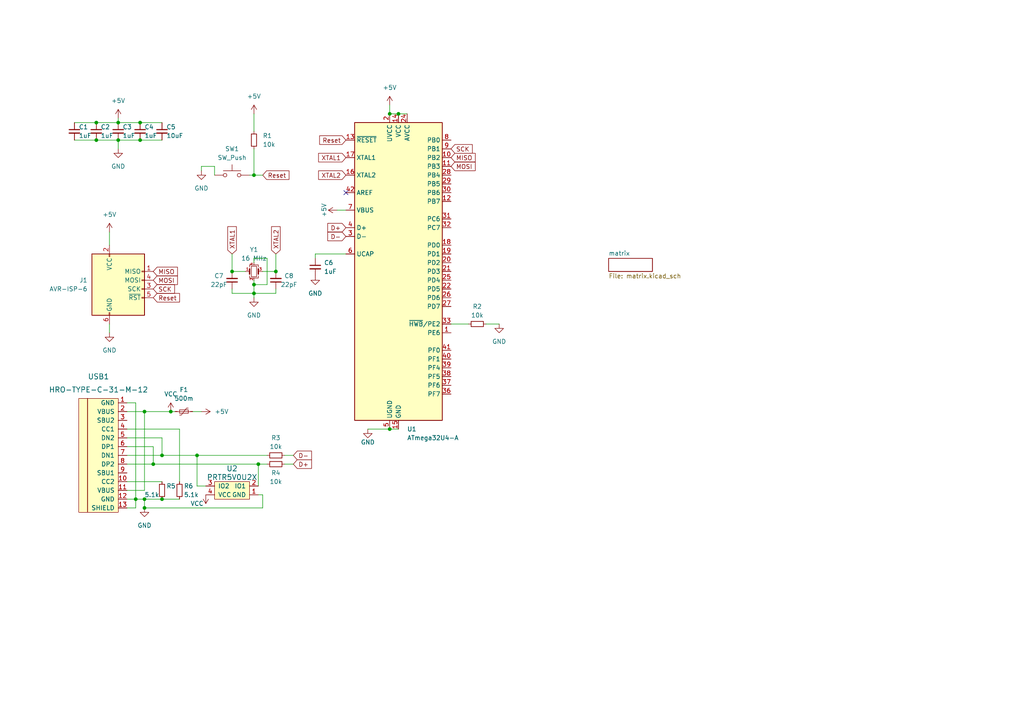
<source format=kicad_sch>
(kicad_sch (version 20230121) (generator eeschema)
  (paper "A4")
  (lib_symbols
    (symbol "Connector:AVR-ISP-6" (pin_names (offset 1.016))
      (property "Reference" "J" (at -6.35 11.43 0))
      (property "Value" "AVR-ISP-6" (at 0 11.43 0))
      (symbol "AVR-ISP-6_0_1"
        (rectangle (start -2.667 -6.858) (end -2.413 -7.62))
        (rectangle (start -2.667 10.16) (end -2.413 9.398))
        (rectangle (start 7.62 -2.413) (end 6.858 -2.667))
        (rectangle (start 7.62 0.127) (end 6.858 -0.127))
        (rectangle (start 7.62 2.667) (end 6.858 2.413))
        (rectangle (start 7.62 5.207) (end 6.858 4.953))
        (rectangle (start 7.62 10.16) (end -7.62 -7.62) (stroke (width 0.254)) (fill (type background)))
      )
      (symbol "AVR-ISP-6_1_1"
        (pin passive line (at 10.16 5.08 180) (length 2.54) (name "MISO") (number "1"))
        (pin passive line (at -2.54 12.7 270) (length 2.54) (name "VCC") (number "2"))
        (pin passive line (at 10.16 0 180) (length 2.54) (name "SCK") (number "3"))
        (pin passive line (at 10.16 2.54 180) (length 2.54) (name "MOSI") (number "4"))
        (pin passive line (at 10.16 -2.54 180) (length 2.54) (name "~{RST}") (number "5"))
        (pin passive line (at -2.54 -10.16 90) (length 2.54) (name "GND") (number "6"))
      )
    )
    (symbol "Device:C_Small" (pin_numbers hide) (pin_names (offset 0.254) hide)
      (property "Reference" "C" (at 0.254 1.778 0))
      (property "Value" "C_Small" (at 0.254 -2.032 0))
      (symbol "C_Small_0_1"
        (polyline (pts (xy -1.524 -0.508) (xy 1.524 -0.508)) (stroke (width 0.3302)))
        (polyline (pts (xy -1.524 0.508) (xy 1.524 0.508)) (stroke (width 0.3048)))
      )
      (symbol "C_Small_1_1"
        (pin passive line (at 0 2.54 270) (length 2.032) (name "~") (number "1"))
        (pin passive line (at 0 -2.54 90) (length 2.032) (name "~") (number "2"))
      )
    )
    (symbol "Device:Crystal_GND24_Small" (pin_names (offset 1.016) hide)
      (property "Reference" "Y" (at 1.27 4.445 0))
      (property "Value" "Crystal_GND24_Small" (at 1.27 2.54 0))
      (symbol "Crystal_GND24_Small_0_1"
        (rectangle (start -0.762 -1.524) (end 0.762 1.524))
        (polyline (pts (xy -1.27 -0.762) (xy -1.27 0.762)) (stroke (width 0.381)))
        (polyline (pts (xy 1.27 -0.762) (xy 1.27 0.762)) (stroke (width 0.381)))
        (polyline (pts (xy -1.27 -1.27) (xy -1.27 -1.905) (xy 1.27 -1.905) (xy 1.27 -1.27)))
        (polyline (pts (xy -1.27 1.27) (xy -1.27 1.905) (xy 1.27 1.905) (xy 1.27 1.27)))
      )
      (symbol "Crystal_GND24_Small_1_1"
        (pin passive line (at -2.54 0 0) (length 1.27) (name "1") (number "1"))
        (pin passive line (at 0 -2.54 90) (length 0.635) (name "2") (number "2"))
        (pin passive line (at 2.54 0 180) (length 1.27) (name "3") (number "3"))
        (pin passive line (at 0 2.54 270) (length 0.635) (name "4") (number "4"))
      )
    )
    (symbol "Device:Polyfuse_Small" (pin_numbers hide) (pin_names (offset 0))
      (property "Reference" "F" (at -1.905 0 90))
      (property "Value" "Polyfuse_Small" (at 1.905 0 90))
      (symbol "Polyfuse_Small_0_1"
        (rectangle (start -0.508 1.27) (end 0.508 -1.27))
        (polyline (pts (xy 0 2.54) (xy 0 -2.54)))
        (polyline (pts (xy -1.016 1.27) (xy -1.016 0.762) (xy 1.016 -0.762) (xy 1.016 -1.27)))
      )
      (symbol "Polyfuse_Small_1_1"
        (pin passive line (at 0 2.54 270) (length 0.635) (name "~") (number "1"))
        (pin passive line (at 0 -2.54 90) (length 0.635) (name "~") (number "2"))
      )
    )
    (symbol "Device:R_Small" (pin_numbers hide) (pin_names (offset 0.254) hide)
      (property "Reference" "R" (at 0.762 0.508 0))
      (property "Value" "R_Small" (at 0.762 -1.016 0))
      (symbol "R_Small_0_1"
        (rectangle (start -0.762 1.778) (end 0.762 -1.778) (stroke (width 0.2032)))
      )
      (symbol "R_Small_1_1"
        (pin passive line (at 0 2.54 270) (length 0.762) (name "~") (number "1"))
        (pin passive line (at 0 -2.54 90) (length 0.762) (name "~") (number "2"))
      )
    )
    (symbol "MCU_Microchip_ATmega:ATmega32U4-A"
      (property "Reference" "U" (at -12.7 44.45 0))
      (property "Value" "ATmega32U4-A" (at 2.54 -44.45 0))
      (symbol "ATmega32U4-A_0_1"
        (rectangle (start -12.7 -43.18) (end 12.7 43.18) (stroke (width 0.254)) (fill (type background)))
      )
      (symbol "ATmega32U4-A_1_1"
        (pin bidirectional line (at 15.24 -17.78 180) (length 2.54) (name "PE6") (number "1"))
        (pin bidirectional line (at 15.24 33.02 180) (length 2.54) (name "PB2") (number "10"))
        (pin bidirectional line (at 15.24 30.48 180) (length 2.54) (name "PB3") (number "11"))
        (pin bidirectional line (at 15.24 20.32 180) (length 2.54) (name "PB7") (number "12"))
        (pin input line (at -15.24 38.1 0) (length 2.54) (name "~{RESET}") (number "13"))
        (pin power_in line (at 0 45.72 270) (length 2.54) (name "VCC") (number "14"))
        (pin power_in line (at 0 -45.72 90) (length 2.54) (name "GND") (number "15"))
        (pin output line (at -15.24 27.94 0) (length 2.54) (name "XTAL2") (number "16"))
        (pin input line (at -15.24 33.02 0) (length 2.54) (name "XTAL1") (number "17"))
        (pin bidirectional line (at 15.24 7.62 180) (length 2.54) (name "PD0") (number "18"))
        (pin bidirectional line (at 15.24 5.08 180) (length 2.54) (name "PD1") (number "19"))
        (pin power_in line (at -2.54 45.72 270) (length 2.54) (name "UVCC") (number "2"))
        (pin bidirectional line (at 15.24 2.54 180) (length 2.54) (name "PD2") (number "20"))
        (pin bidirectional line (at 15.24 0 180) (length 2.54) (name "PD3") (number "21"))
        (pin bidirectional line (at 15.24 -5.08 180) (length 2.54) (name "PD5") (number "22"))
        (pin passive line (at 0 -45.72 90) (length 2.54) hide (name "GND") (number "23"))
        (pin power_in line (at 2.54 45.72 270) (length 2.54) (name "AVCC") (number "24"))
        (pin bidirectional line (at 15.24 -2.54 180) (length 2.54) (name "PD4") (number "25"))
        (pin bidirectional line (at 15.24 -7.62 180) (length 2.54) (name "PD6") (number "26"))
        (pin bidirectional line (at 15.24 -10.16 180) (length 2.54) (name "PD7") (number "27"))
        (pin bidirectional line (at 15.24 27.94 180) (length 2.54) (name "PB4") (number "28"))
        (pin bidirectional line (at 15.24 25.4 180) (length 2.54) (name "PB5") (number "29"))
        (pin bidirectional line (at -15.24 10.16 0) (length 2.54) (name "D-") (number "3"))
        (pin bidirectional line (at 15.24 22.86 180) (length 2.54) (name "PB6") (number "30"))
        (pin bidirectional line (at 15.24 15.24 180) (length 2.54) (name "PC6") (number "31"))
        (pin bidirectional line (at 15.24 12.7 180) (length 2.54) (name "PC7") (number "32"))
        (pin bidirectional line (at 15.24 -15.24 180) (length 2.54) (name "~{HWB}/PE2") (number "33"))
        (pin passive line (at 0 45.72 270) (length 2.54) hide (name "VCC") (number "34"))
        (pin passive line (at 0 -45.72 90) (length 2.54) hide (name "GND") (number "35"))
        (pin bidirectional line (at 15.24 -35.56 180) (length 2.54) (name "PF7") (number "36"))
        (pin bidirectional line (at 15.24 -33.02 180) (length 2.54) (name "PF6") (number "37"))
        (pin bidirectional line (at 15.24 -30.48 180) (length 2.54) (name "PF5") (number "38"))
        (pin bidirectional line (at 15.24 -27.94 180) (length 2.54) (name "PF4") (number "39"))
        (pin bidirectional line (at -15.24 12.7 0) (length 2.54) (name "D+") (number "4"))
        (pin bidirectional line (at 15.24 -25.4 180) (length 2.54) (name "PF1") (number "40"))
        (pin bidirectional line (at 15.24 -22.86 180) (length 2.54) (name "PF0") (number "41"))
        (pin passive line (at -15.24 22.86 0) (length 2.54) (name "AREF") (number "42"))
        (pin passive line (at 0 -45.72 90) (length 2.54) hide (name "GND") (number "43"))
        (pin passive line (at 2.54 45.72 270) (length 2.54) hide (name "AVCC") (number "44"))
        (pin passive line (at -2.54 -45.72 90) (length 2.54) (name "UGND") (number "5"))
        (pin passive line (at -15.24 5.08 0) (length 2.54) (name "UCAP") (number "6"))
        (pin input line (at -15.24 17.78 0) (length 2.54) (name "VBUS") (number "7"))
        (pin bidirectional line (at 15.24 38.1 180) (length 2.54) (name "PB0") (number "8"))
        (pin bidirectional line (at 15.24 35.56 180) (length 2.54) (name "PB1") (number "9"))
      )
    )
    (symbol "PCM_4ms_Power-symbol:+5V" (power) (pin_names (offset 0))
      (property "Value" "+5V" (at 0 3.556 0))
      (symbol "+5V_0_1"
        (polyline (pts (xy -0.762 1.27) (xy 0 2.54)))
        (polyline (pts (xy 0 0) (xy 0 2.54)))
        (polyline (pts (xy 0 2.54) (xy 0.762 1.27)))
      )
      (symbol "+5V_1_1"
        (pin power_in line (at 0 0 90) (length 0) hide (name "+5V") (number "1"))
      )
    )
    (symbol "PCM_4ms_Power-symbol:GND" (power) (pin_names (offset 0))
      (property "Value" "GND" (at 0 -3.81 0))
      (symbol "GND_0_1"
        (polyline (pts (xy 0 0) (xy 0 -1.27) (xy 1.27 -1.27) (xy 0 -2.54) (xy -1.27 -1.27) (xy 0 -1.27)))
      )
      (symbol "GND_1_1"
        (pin power_in line (at 0 0 270) (length 0) hide (name "GND") (number "1"))
      )
    )
    (symbol "Switch:SW_Push" (pin_numbers hide) (pin_names (offset 1.016) hide)
      (property "Reference" "SW" (at 1.27 2.54 0))
      (property "Value" "SW_Push" (at 0 -1.524 0))
      (symbol "SW_Push_0_1"
        (circle (center -2.032 0) (radius 0.508))
        (polyline (pts (xy 0 1.27) (xy 0 3.048)))
        (polyline (pts (xy 2.54 1.27) (xy -2.54 1.27)))
        (circle (center 2.032 0) (radius 0.508))
        (pin passive line (at -5.08 0 0) (length 2.54) (name "1") (number "1"))
        (pin passive line (at 5.08 0 180) (length 2.54) (name "2") (number "2"))
      )
    )
    (symbol "Type-C:HRO-TYPE-C-31-M-12" (pin_names (offset 1.016))
      (property "Reference" "USB" (at -5.08 16.51 0))
      (property "Value" "HRO-TYPE-C-31-M-12" (at -10.16 -1.27 90))
      (symbol "HRO-TYPE-C-31-M-12_0_1"
        (rectangle (start -11.43 15.24) (end -8.89 -17.78) (fill (type background)))
        (rectangle (start 0 -17.78) (end -8.89 15.24) (fill (type background)))
      )
      (symbol "HRO-TYPE-C-31-M-12_1_1"
        (pin input line (at 2.54 13.97 180) (length 2.54) (name "GND") (number "1"))
        (pin input line (at 2.54 -8.89 180) (length 2.54) (name "CC2") (number "10"))
        (pin input line (at 2.54 -11.43 180) (length 2.54) (name "VBUS") (number "11"))
        (pin input line (at 2.54 -13.97 180) (length 2.54) (name "GND") (number "12"))
        (pin input line (at 2.54 -16.51 180) (length 2.54) (name "SHIELD") (number "13"))
        (pin input line (at 2.54 11.43 180) (length 2.54) (name "VBUS") (number "2"))
        (pin input line (at 2.54 8.89 180) (length 2.54) (name "SBU2") (number "3"))
        (pin input line (at 2.54 6.35 180) (length 2.54) (name "CC1") (number "4"))
        (pin input line (at 2.54 3.81 180) (length 2.54) (name "DN2") (number "5"))
        (pin input line (at 2.54 1.27 180) (length 2.54) (name "DP1") (number "6"))
        (pin input line (at 2.54 -1.27 180) (length 2.54) (name "DN1") (number "7"))
        (pin input line (at 2.54 -3.81 180) (length 2.54) (name "DP2") (number "8"))
        (pin input line (at 2.54 -6.35 180) (length 2.54) (name "SBU1") (number "9"))
      )
    )
    (symbol "power:VCC" (power) (pin_names (offset 0))
      (property "Value" "VCC" (at 0 3.81 0))
      (symbol "VCC_0_1"
        (polyline (pts (xy -0.762 1.27) (xy 0 2.54)))
        (polyline (pts (xy 0 0) (xy 0 2.54)))
        (polyline (pts (xy 0 2.54) (xy 0.762 1.27)))
      )
      (symbol "VCC_1_1"
        (pin power_in line (at 0 0 90) (length 0) hide (name "VCC") (number "1"))
      )
    )
    (symbol "random-keyboard-parts:PRTR5V0U2X" (pin_names (offset 1.016))
      (property "Reference" "U" (at 0 3.81 0))
      (property "Value" "PRTR5V0U2X" (at 0 -3.81 0))
      (symbol "PRTR5V0U2X_0_1"
        (rectangle (start -5.08 2.54) (end 5.08 -2.54) (fill (type background)))
      )
      (symbol "PRTR5V0U2X_1_1"
        (pin input line (at -7.62 1.27 0) (length 2.54) (name "GND") (number "1"))
        (pin input line (at -7.62 -1.27 0) (length 2.54) (name "IO1") (number "2"))
        (pin input line (at 7.62 -1.27 180) (length 2.54) (name "IO2") (number "3"))
        (pin input line (at 7.62 1.27 180) (length 2.54) (name "VCC") (number "4"))
      )
    )
  )
  (junction (at 49.53 119.38))
  (junction (at 41.91 147.32))
  (junction (at 57.15 132.08))
  (junction (at 73.66 50.8))
  (junction (at 74.93 134.62))
  (junction (at 67.31 78.74))
  (junction (at 113.03 33.02))
  (junction (at 39.37 144.78))
  (junction (at 80.01 78.74))
  (junction (at 34.29 35.56))
  (junction (at 27.94 35.56))
  (junction (at 44.45 134.62))
  (junction (at 27.94 40.64))
  (junction (at 73.66 85.09))
  (junction (at 41.91 119.38))
  (junction (at 73.66 82.55))
  (junction (at 40.64 40.64))
  (junction (at 46.99 144.78))
  (junction (at 113.03 124.46))
  (junction (at 40.64 35.56))
  (junction (at 34.29 40.64))
  (junction (at 115.57 33.02))
  (junction (at 41.91 144.78))
  (junction (at 46.99 132.08))
  (no_connect (at 100.33 55.88))
  (wire (pts (xy 34.29 40.64) (xy 34.29 43.18)))
  (wire (pts (xy 67.31 73.66) (xy 67.31 78.74)))
  (wire (pts (xy 40.64 35.56) (xy 46.99 35.56)))
  (wire (pts (xy 97.79 60.96) (xy 100.33 60.96)))
  (wire (pts (xy 106.68 124.46) (xy 113.03 124.46)))
  (wire (pts (xy 36.83 127) (xy 46.99 127)))
  (wire (pts (xy 62.23 48.26) (xy 58.42 48.26)))
  (wire (pts (xy 58.42 48.26) (xy 58.42 49.53)))
  (wire (pts (xy 113.03 33.02) (xy 115.57 33.02)))
  (wire (pts (xy 74.93 143.51) (xy 76.2 143.51)))
  (wire (pts (xy 44.45 134.62) (xy 74.93 134.62)))
  (wire (pts (xy 27.94 40.64) (xy 34.29 40.64)))
  (wire (pts (xy 41.91 119.38) (xy 49.53 119.38)))
  (wire (pts (xy 27.94 35.56) (xy 34.29 35.56)))
  (wire (pts (xy 44.45 129.54) (xy 44.45 134.62)))
  (wire (pts (xy 21.59 40.64) (xy 27.94 40.64)))
  (wire (pts (xy 31.75 67.31) (xy 31.75 71.12)))
  (wire (pts (xy 62.23 50.8) (xy 62.23 48.26)))
  (wire (pts (xy 73.66 76.2) (xy 73.66 74.93)))
  (wire (pts (xy 76.2 147.32) (xy 41.91 147.32)))
  (wire (pts (xy 39.37 144.78) (xy 39.37 147.32)))
  (wire (pts (xy 73.66 74.93) (xy 77.47 74.93)))
  (wire (pts (xy 73.66 50.8) (xy 76.2 50.8)))
  (wire (pts (xy 36.83 129.54) (xy 44.45 129.54)))
  (wire (pts (xy 36.83 116.84) (xy 39.37 116.84)))
  (wire (pts (xy 41.91 144.78) (xy 41.91 147.32)))
  (wire (pts (xy 67.31 85.09) (xy 73.66 85.09)))
  (wire (pts (xy 74.93 134.62) (xy 77.47 134.62)))
  (wire (pts (xy 36.83 134.62) (xy 44.45 134.62)))
  (wire (pts (xy 46.99 144.78) (xy 52.07 144.78)))
  (wire (pts (xy 57.15 140.97) (xy 57.15 132.08)))
  (wire (pts (xy 82.55 132.08) (xy 85.09 132.08)))
  (wire (pts (xy 40.64 40.64) (xy 46.99 40.64)))
  (wire (pts (xy 100.33 73.66) (xy 91.44 73.66)))
  (wire (pts (xy 39.37 144.78) (xy 36.83 144.78)))
  (wire (pts (xy 82.55 134.62) (xy 85.09 134.62)))
  (wire (pts (xy 72.39 50.8) (xy 73.66 50.8)))
  (wire (pts (xy 49.53 119.38) (xy 50.8 119.38)))
  (wire (pts (xy 73.66 82.55) (xy 73.66 81.28)))
  (wire (pts (xy 91.44 73.66) (xy 91.44 74.93)))
  (wire (pts (xy 67.31 78.74) (xy 71.12 78.74)))
  (wire (pts (xy 76.2 78.74) (xy 80.01 78.74)))
  (wire (pts (xy 140.97 93.98) (xy 144.78 93.98)))
  (wire (pts (xy 34.29 35.56) (xy 40.64 35.56)))
  (wire (pts (xy 31.75 93.98) (xy 31.75 96.52)))
  (wire (pts (xy 46.99 127) (xy 46.99 132.08)))
  (wire (pts (xy 36.83 132.08) (xy 46.99 132.08)))
  (wire (pts (xy 73.66 33.02) (xy 73.66 38.1)))
  (wire (pts (xy 130.81 93.98) (xy 135.89 93.98)))
  (wire (pts (xy 41.91 119.38) (xy 41.91 142.24)))
  (wire (pts (xy 73.66 85.09) (xy 80.01 85.09)))
  (wire (pts (xy 55.88 119.38) (xy 58.42 119.38)))
  (wire (pts (xy 113.03 124.46) (xy 115.57 124.46)))
  (wire (pts (xy 41.91 144.78) (xy 46.99 144.78)))
  (wire (pts (xy 76.2 143.51) (xy 76.2 147.32)))
  (wire (pts (xy 46.99 132.08) (xy 57.15 132.08)))
  (wire (pts (xy 36.83 139.7) (xy 46.99 139.7)))
  (wire (pts (xy 73.66 43.18) (xy 73.66 50.8)))
  (wire (pts (xy 39.37 147.32) (xy 36.83 147.32)))
  (wire (pts (xy 80.01 73.66) (xy 80.01 78.74)))
  (wire (pts (xy 34.29 34.29) (xy 34.29 35.56)))
  (wire (pts (xy 59.69 140.97) (xy 57.15 140.97)))
  (wire (pts (xy 80.01 85.09) (xy 80.01 83.82)))
  (wire (pts (xy 36.83 124.46) (xy 52.07 124.46)))
  (wire (pts (xy 113.03 30.48) (xy 113.03 33.02)))
  (wire (pts (xy 36.83 119.38) (xy 41.91 119.38)))
  (wire (pts (xy 74.93 134.62) (xy 74.93 140.97)))
  (wire (pts (xy 34.29 40.64) (xy 40.64 40.64)))
  (wire (pts (xy 21.59 35.56) (xy 27.94 35.56)))
  (wire (pts (xy 77.47 74.93) (xy 77.47 82.55)))
  (wire (pts (xy 41.91 142.24) (xy 36.83 142.24)))
  (wire (pts (xy 57.15 132.08) (xy 77.47 132.08)))
  (wire (pts (xy 73.66 85.09) (xy 73.66 86.36)))
  (wire (pts (xy 39.37 116.84) (xy 39.37 144.78)))
  (wire (pts (xy 52.07 124.46) (xy 52.07 139.7)))
  (wire (pts (xy 39.37 144.78) (xy 41.91 144.78)))
  (wire (pts (xy 115.57 33.02) (xy 118.11 33.02)))
  (wire (pts (xy 77.47 82.55) (xy 73.66 82.55)))
  (wire (pts (xy 67.31 83.82) (xy 67.31 85.09)))
  (wire (pts (xy 73.66 82.55) (xy 73.66 85.09)))
  (global_label "Reset" (shape input) (at 100.33 40.64 180) (property "Intersheetrefs" "${INTERSHEET_REFS}" (effects hide)))
  (global_label "D-" (shape input) (at 85.09 132.08 0) (property "Intersheetrefs" "${INTERSHEET_REFS}" (effects hide)))
  (global_label "D-" (shape input) (at 100.33 68.58 180) (property "Intersheetrefs" "${INTERSHEET_REFS}" (effects hide)))
  (global_label "MOSI" (shape input) (at 44.45 81.28 0) (property "Intersheetrefs" "${INTERSHEET_REFS}" (effects hide)))
  (global_label "XTAL2" (shape input) (at 100.33 50.8 180) (property "Intersheetrefs" "${INTERSHEET_REFS}" (effects hide)))
  (global_label "XTAL1" (shape input) (at 67.31 73.66 90) (property "Intersheetrefs" "${INTERSHEET_REFS}" (effects hide)))
  (global_label "SCK" (shape input) (at 130.81 43.18 0) (property "Intersheetrefs" "${INTERSHEET_REFS}" (effects hide)))
  (global_label "MISO" (shape input) (at 44.45 78.74 0) (property "Intersheetrefs" "${INTERSHEET_REFS}" (effects hide)))
  (global_label "D+" (shape input) (at 100.33 66.04 180) (property "Intersheetrefs" "${INTERSHEET_REFS}" (effects hide)))
  (global_label "D+" (shape input) (at 85.09 134.62 0) (property "Intersheetrefs" "${INTERSHEET_REFS}" (effects hide)))
  (global_label "MISO" (shape input) (at 130.81 45.72 0) (property "Intersheetrefs" "${INTERSHEET_REFS}" (effects hide)))
  (global_label "Reset" (shape input) (at 44.45 86.36 0) (property "Intersheetrefs" "${INTERSHEET_REFS}" (effects hide)))
  (global_label "SCK" (shape input) (at 44.45 83.82 0) (property "Intersheetrefs" "${INTERSHEET_REFS}" (effects hide)))
  (global_label "XTAL2" (shape input) (at 80.01 73.66 90) (property "Intersheetrefs" "${INTERSHEET_REFS}" (effects hide)))
  (global_label "XTAL1" (shape input) (at 100.33 45.72 180) (property "Intersheetrefs" "${INTERSHEET_REFS}" (effects hide)))
  (global_label "MOSI" (shape input) (at 130.81 48.26 0) (property "Intersheetrefs" "${INTERSHEET_REFS}" (effects hide)))
  (global_label "Reset" (shape input) (at 76.2 50.8 0) (property "Intersheetrefs" "${INTERSHEET_REFS}" (effects hide)))
  (symbol (lib_id "power:VCC") (at 49.53 119.38 0) (unit 1)
    (property "Reference" "#PWR012" (effects hide))
    (property "Value" "VCC" (at 49.53 114.3 0))
  )
  (symbol (lib_id "Device:Polyfuse_Small") (at 53.34 119.38 90) (unit 1)
    (property "Reference" "F1" (at 53.34 113.03 90))
    (property "Value" "500m" (at 53.34 115.57 90))
  )
  (symbol (lib_id "PCM_4ms_Power-symbol:GND") (at 144.78 93.98 0) (unit 1)
    (property "Reference" "#PWR010" (effects hide))
    (property "Value" "GND" (at 144.78 99.06 0))
  )
  (symbol (lib_id "random-keyboard-parts:PRTR5V0U2X") (at 67.31 142.24 180) (unit 1)
    (property "Reference" "U2" (at 67.31 135.89 0) (effects (font (size 1.524 1.524))))
    (property "Value" "PRTR5V0U2X" (at 67.31 138.43 0) (effects (font (size 1.524 1.524))))
  )
  (symbol (lib_id "power:VCC") (at 59.69 143.51 180) (unit 1)
    (property "Reference" "#PWR015" (effects hide))
    (property "Value" "VCC" (at 57.15 146.05 0))
  )
  (symbol (lib_id "Device:R_Small") (at 73.66 40.64 180) (unit 1)
    (property "Reference" "R1" (at 76.2 39.3699 0) (effects (justify right)))
    (property "Value" "10k" (at 76.2 41.9099 0) (effects (justify right)))
  )
  (symbol (lib_id "Device:C_Small") (at 91.44 77.47 0) (unit 1)
    (property "Reference" "C6" (at 93.98 76.2062 0) (effects (justify left)))
    (property "Value" "1uF" (at 93.98 78.7462 0) (effects (justify left)))
  )
  (symbol (lib_id "Device:R_Small") (at 52.07 142.24 0) (unit 1)
    (property "Reference" "R6" (at 53.34 140.97 0) (effects (justify left)))
    (property "Value" "5.1k" (at 53.34 143.51 0) (effects (justify left)))
  )
  (symbol (lib_id "PCM_4ms_Power-symbol:+5V") (at 31.75 67.31 0) (unit 1)
    (property "Reference" "#PWR07" (effects hide))
    (property "Value" "+5V" (at 31.75 62.23 0))
  )
  (symbol (lib_id "Device:C_Small") (at 80.01 81.28 180) (unit 1)
    (property "Reference" "C8" (at 83.82 80.01 0))
    (property "Value" "22pF" (at 83.82 82.55 0))
  )
  (symbol (lib_id "Device:R_Small") (at 46.99 142.24 0) (unit 1)
    (property "Reference" "R5" (at 48.26 140.97 0) (effects (justify left)))
    (property "Value" "5.1k" (at 41.91 143.51 0) (effects (justify left)))
  )
  (symbol (lib_id "PCM_4ms_Power-symbol:+5V") (at 73.66 33.02 0) (unit 1)
    (property "Reference" "#PWR02" (effects hide))
    (property "Value" "+5V" (at 73.66 27.94 0))
  )
  (symbol (lib_id "Device:C_Small") (at 40.64 38.1 0) (unit 1)
    (property "Reference" "C4" (at 41.91 36.83 0) (effects (justify left)))
    (property "Value" "1uF" (at 41.91 39.37 0) (effects (justify left)))
  )
  (symbol (lib_id "Type-C:HRO-TYPE-C-31-M-12") (at 34.29 130.81 0) (unit 1)
    (property "Reference" "USB1" (at 28.575 109.22 0) (effects (font (size 1.524 1.524))))
    (property "Value" "HRO-TYPE-C-31-M-12" (at 28.575 113.03 0) (effects (font (size 1.524 1.524))))
  )
  (symbol (lib_id "Device:R_Small") (at 80.01 134.62 90) (unit 1)
    (property "Reference" "R4" (at 80.01 137.16 90))
    (property "Value" "10k" (at 80.01 139.7 90))
  )
  (symbol (lib_id "Switch:SW_Push") (at 67.31 50.8 0) (unit 1)
    (property "Reference" "SW1" (at 67.31 43.18 0))
    (property "Value" "SW_Push" (at 67.31 45.72 0))
  )
  (symbol (lib_id "Device:C_Small") (at 21.59 38.1 0) (unit 1)
    (property "Reference" "C1" (at 22.86 36.83 0) (effects (justify left)))
    (property "Value" "1uF" (at 22.86 39.37 0) (effects (justify left)))
  )
  (symbol (lib_id "PCM_4ms_Power-symbol:GND") (at 58.42 49.53 0) (unit 1)
    (property "Reference" "#PWR05" (effects hide))
    (property "Value" "GND" (at 58.42 54.61 0))
  )
  (symbol (lib_id "Device:C_Small") (at 46.99 38.1 0) (unit 1)
    (property "Reference" "C5" (at 48.26 36.83 0) (effects (justify left)))
    (property "Value" "10uF" (at 48.26 39.37 0) (effects (justify left)))
  )
  (symbol (lib_id "PCM_4ms_Power-symbol:+5V") (at 34.29 34.29 0) (unit 1)
    (property "Reference" "#PWR03" (effects hide))
    (property "Value" "+5V" (at 34.29 29.21 0))
  )
  (symbol (lib_id "Device:C_Small") (at 67.31 81.28 180) (unit 1)
    (property "Reference" "C7" (at 63.5 80.01 0))
    (property "Value" "22pF" (at 63.5 82.55 0))
  )
  (symbol (lib_id "MCU_Microchip_ATmega:ATmega32U4-A") (at 115.57 78.74 0) (unit 1)
    (property "Reference" "U1" (at 118.072 124.46 0) (effects (justify left)))
    (property "Value" "ATmega32U4-A" (at 118.072 127 0) (effects (justify left)))
    (property "Footprint" "Package_QFP:TQFP-44_10x10mm_P0.8mm" (effects hide))
    (property "Datasheet" "http://ww1.microchip.com/downloads/en/DeviceDoc/Atmel-7766-8-bit-AVR-ATmega16U4-32U4_Datasheet.pdf" (effects hide))
  )
  (symbol (lib_id "PCM_4ms_Power-symbol:+5V") (at 113.03 30.48 0) (unit 1)
    (property "Reference" "#PWR01" (effects hide))
    (property "Value" "+5V" (at 113.03 25.4 0))
  )
  (symbol (lib_id "PCM_4ms_Power-symbol:GND") (at 106.68 124.46 0) (unit 1)
    (property "Reference" "#PWR014" (effects hide))
    (property "Value" "GND" (at 106.68 128.27 0))
  )
  (symbol (lib_id "Connector:AVR-ISP-6") (at 34.29 83.82 0) (unit 1)
    (property "Reference" "J1" (at 25.4 81.2799 0) (effects (justify right)))
    (property "Value" "AVR-ISP-6" (at 25.4 83.8199 0) (effects (justify right)))
    (property "Datasheet" " ~" (effects hide))
  )
  (symbol (lib_id "PCM_4ms_Power-symbol:GND") (at 31.75 96.52 0) (unit 1)
    (property "Reference" "#PWR011" (effects hide))
    (property "Value" "GND" (at 31.75 101.6 0))
  )
  (symbol (lib_id "Device:R_Small") (at 138.43 93.98 90) (unit 1)
    (property "Reference" "R2" (at 138.43 88.9 90))
    (property "Value" "10k" (at 138.43 91.44 90))
  )
  (symbol (lib_id "PCM_4ms_Power-symbol:GND") (at 34.29 43.18 0) (unit 1)
    (property "Reference" "#PWR04" (effects hide))
    (property "Value" "GND" (at 34.29 48.26 0))
  )
  (symbol (lib_id "Device:C_Small") (at 27.94 38.1 0) (unit 1)
    (property "Reference" "C2" (at 29.21 36.83 0) (effects (justify left)))
    (property "Value" "1uF" (at 29.21 39.37 0) (effects (justify left)))
  )
  (symbol (lib_id "PCM_4ms_Power-symbol:GND") (at 91.44 80.01 0) (unit 1)
    (property "Reference" "#PWR08" (effects hide))
    (property "Value" "GND" (at 91.44 85.09 0))
  )
  (symbol (lib_id "Device:R_Small") (at 80.01 132.08 270) (unit 1)
    (property "Reference" "R3" (at 80.01 127 90))
    (property "Value" "10k" (at 80.01 129.54 90))
  )
  (symbol (lib_id "Device:C_Small") (at 34.29 38.1 0) (unit 1)
    (property "Reference" "C3" (at 35.56 36.83 0) (effects (justify left)))
    (property "Value" "1uF" (at 35.56 39.37 0) (effects (justify left)))
  )
  (symbol (lib_id "PCM_4ms_Power-symbol:+5V") (at 97.79 60.96 90) (unit 1)
    (property "Reference" "#PWR06" (effects hide))
    (property "Value" "+5V" (at 93.98 60.96 0))
  )
  (symbol (lib_id "PCM_4ms_Power-symbol:GND") (at 41.91 147.32 0) (unit 1)
    (property "Reference" "#PWR016" (effects hide))
    (property "Value" "GND" (at 41.91 152.4 0))
  )
  (symbol (lib_id "Device:Crystal_GND24_Small") (at 73.66 78.74 0) (unit 1)
    (property "Reference" "Y1" (at 73.66 72.39 0))
    (property "Value" "16 MHz" (at 73.66 74.93 0))
  )
  (symbol (lib_id "PCM_4ms_Power-symbol:GND") (at 73.66 86.36 0) (unit 1)
    (property "Reference" "#PWR09" (effects hide))
    (property "Value" "GND" (at 73.66 91.44 0))
  )
  (symbol (lib_id "PCM_4ms_Power-symbol:+5V") (at 58.42 119.38 270) (unit 1)
    (property "Reference" "#PWR013" (effects hide))
    (property "Value" "+5V" (at 62.23 119.3799 90) (effects (justify left)))
  )
  (sheet (at 176.53 74.93) (size 12.7 3.81) (stroke (width 0.1524))
    (property "Sheetname" "matrix" (at 176.53 74.2184 0) (effects (justify left bottom)))
    (property "Sheetfile" "matrix.kicad_sch" (at 176.53 79.3246 0) (effects (justify left top)))
  )
)
</source>
